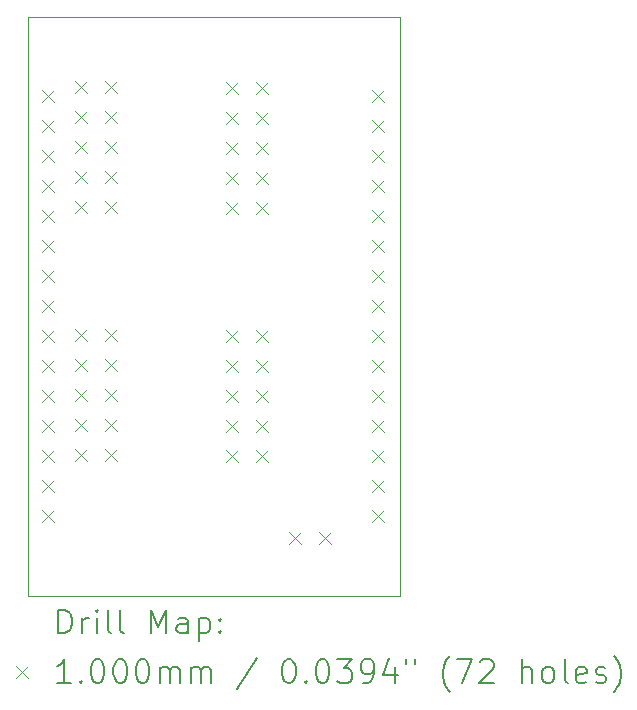
<source format=gbr>
%TF.GenerationSoftware,KiCad,Pcbnew,8.0.5*%
%TF.CreationDate,2024-09-24T01:03:56+02:00*%
%TF.ProjectId,RRF_MOT_EXP_ADAPTER,5252465f-4d4f-4545-9f45-58505f414441,rev?*%
%TF.SameCoordinates,Original*%
%TF.FileFunction,Drillmap*%
%TF.FilePolarity,Positive*%
%FSLAX45Y45*%
G04 Gerber Fmt 4.5, Leading zero omitted, Abs format (unit mm)*
G04 Created by KiCad (PCBNEW 8.0.5) date 2024-09-24 01:03:56*
%MOMM*%
%LPD*%
G01*
G04 APERTURE LIST*
%ADD10C,0.050000*%
%ADD11C,0.200000*%
%ADD12C,0.100000*%
G04 APERTURE END LIST*
D10*
X10925000Y-3525000D02*
X14075000Y-3525000D01*
X14075000Y-8425000D01*
X10925000Y-8425000D01*
X10925000Y-3525000D01*
D11*
D12*
X11046686Y-4140021D02*
X11146686Y-4240021D01*
X11146686Y-4140021D02*
X11046686Y-4240021D01*
X11046686Y-4394021D02*
X11146686Y-4494021D01*
X11146686Y-4394021D02*
X11046686Y-4494021D01*
X11046686Y-4648021D02*
X11146686Y-4748021D01*
X11146686Y-4648021D02*
X11046686Y-4748021D01*
X11046686Y-4902021D02*
X11146686Y-5002021D01*
X11146686Y-4902021D02*
X11046686Y-5002021D01*
X11046686Y-5156021D02*
X11146686Y-5256021D01*
X11146686Y-5156021D02*
X11046686Y-5256021D01*
X11046686Y-5410021D02*
X11146686Y-5510021D01*
X11146686Y-5410021D02*
X11046686Y-5510021D01*
X11046686Y-5664021D02*
X11146686Y-5764021D01*
X11146686Y-5664021D02*
X11046686Y-5764021D01*
X11046686Y-5918021D02*
X11146686Y-6018021D01*
X11146686Y-5918021D02*
X11046686Y-6018021D01*
X11046686Y-6172021D02*
X11146686Y-6272021D01*
X11146686Y-6172021D02*
X11046686Y-6272021D01*
X11046686Y-6426021D02*
X11146686Y-6526021D01*
X11146686Y-6426021D02*
X11046686Y-6526021D01*
X11046686Y-6680021D02*
X11146686Y-6780021D01*
X11146686Y-6680021D02*
X11046686Y-6780021D01*
X11046686Y-6934021D02*
X11146686Y-7034021D01*
X11146686Y-6934021D02*
X11046686Y-7034021D01*
X11046686Y-7188021D02*
X11146686Y-7288021D01*
X11146686Y-7188021D02*
X11046686Y-7288021D01*
X11046686Y-7442021D02*
X11146686Y-7542021D01*
X11146686Y-7442021D02*
X11046686Y-7542021D01*
X11046686Y-7696021D02*
X11146686Y-7796021D01*
X11146686Y-7696021D02*
X11046686Y-7796021D01*
X11322365Y-4063094D02*
X11422365Y-4163094D01*
X11422365Y-4063094D02*
X11322365Y-4163094D01*
X11322365Y-4317094D02*
X11422365Y-4417094D01*
X11422365Y-4317094D02*
X11322365Y-4417094D01*
X11322365Y-4571094D02*
X11422365Y-4671094D01*
X11422365Y-4571094D02*
X11322365Y-4671094D01*
X11322365Y-4825094D02*
X11422365Y-4925094D01*
X11422365Y-4825094D02*
X11322365Y-4925094D01*
X11322365Y-5079094D02*
X11422365Y-5179094D01*
X11422365Y-5079094D02*
X11322365Y-5179094D01*
X11322601Y-6162195D02*
X11422601Y-6262195D01*
X11422601Y-6162195D02*
X11322601Y-6262195D01*
X11322601Y-6416195D02*
X11422601Y-6516195D01*
X11422601Y-6416195D02*
X11322601Y-6516195D01*
X11322601Y-6670195D02*
X11422601Y-6770195D01*
X11422601Y-6670195D02*
X11322601Y-6770195D01*
X11322601Y-6924195D02*
X11422601Y-7024195D01*
X11422601Y-6924195D02*
X11322601Y-7024195D01*
X11322601Y-7178195D02*
X11422601Y-7278195D01*
X11422601Y-7178195D02*
X11322601Y-7278195D01*
X11576365Y-4063094D02*
X11676365Y-4163094D01*
X11676365Y-4063094D02*
X11576365Y-4163094D01*
X11576365Y-4317094D02*
X11676365Y-4417094D01*
X11676365Y-4317094D02*
X11576365Y-4417094D01*
X11576365Y-4571094D02*
X11676365Y-4671094D01*
X11676365Y-4571094D02*
X11576365Y-4671094D01*
X11576365Y-4825094D02*
X11676365Y-4925094D01*
X11676365Y-4825094D02*
X11576365Y-4925094D01*
X11576365Y-5079094D02*
X11676365Y-5179094D01*
X11676365Y-5079094D02*
X11576365Y-5179094D01*
X11576601Y-6162195D02*
X11676601Y-6262195D01*
X11676601Y-6162195D02*
X11576601Y-6262195D01*
X11576601Y-6416195D02*
X11676601Y-6516195D01*
X11676601Y-6416195D02*
X11576601Y-6516195D01*
X11576601Y-6670195D02*
X11676601Y-6770195D01*
X11676601Y-6670195D02*
X11576601Y-6770195D01*
X11576601Y-6924195D02*
X11676601Y-7024195D01*
X11676601Y-6924195D02*
X11576601Y-7024195D01*
X11576601Y-7178195D02*
X11676601Y-7278195D01*
X11676601Y-7178195D02*
X11576601Y-7278195D01*
X12600962Y-4074973D02*
X12700962Y-4174973D01*
X12700962Y-4074973D02*
X12600962Y-4174973D01*
X12600962Y-4328973D02*
X12700962Y-4428973D01*
X12700962Y-4328973D02*
X12600962Y-4428973D01*
X12600962Y-4582973D02*
X12700962Y-4682973D01*
X12700962Y-4582973D02*
X12600962Y-4682973D01*
X12600962Y-4836973D02*
X12700962Y-4936973D01*
X12700962Y-4836973D02*
X12600962Y-4936973D01*
X12600962Y-5090973D02*
X12700962Y-5190973D01*
X12700962Y-5090973D02*
X12600962Y-5190973D01*
X12603112Y-6171458D02*
X12703112Y-6271458D01*
X12703112Y-6171458D02*
X12603112Y-6271458D01*
X12603112Y-6425458D02*
X12703112Y-6525458D01*
X12703112Y-6425458D02*
X12603112Y-6525458D01*
X12603112Y-6679458D02*
X12703112Y-6779458D01*
X12703112Y-6679458D02*
X12603112Y-6779458D01*
X12603112Y-6933458D02*
X12703112Y-7033458D01*
X12703112Y-6933458D02*
X12603112Y-7033458D01*
X12603112Y-7187458D02*
X12703112Y-7287458D01*
X12703112Y-7187458D02*
X12603112Y-7287458D01*
X12854962Y-4074973D02*
X12954962Y-4174973D01*
X12954962Y-4074973D02*
X12854962Y-4174973D01*
X12854962Y-4328973D02*
X12954962Y-4428973D01*
X12954962Y-4328973D02*
X12854962Y-4428973D01*
X12854962Y-4582973D02*
X12954962Y-4682973D01*
X12954962Y-4582973D02*
X12854962Y-4682973D01*
X12854962Y-4836973D02*
X12954962Y-4936973D01*
X12954962Y-4836973D02*
X12854962Y-4936973D01*
X12854962Y-5090973D02*
X12954962Y-5190973D01*
X12954962Y-5090973D02*
X12854962Y-5190973D01*
X12857112Y-6171458D02*
X12957112Y-6271458D01*
X12957112Y-6171458D02*
X12857112Y-6271458D01*
X12857112Y-6425458D02*
X12957112Y-6525458D01*
X12957112Y-6425458D02*
X12857112Y-6525458D01*
X12857112Y-6679458D02*
X12957112Y-6779458D01*
X12957112Y-6679458D02*
X12857112Y-6779458D01*
X12857112Y-6933458D02*
X12957112Y-7033458D01*
X12957112Y-6933458D02*
X12857112Y-7033458D01*
X12857112Y-7187458D02*
X12957112Y-7287458D01*
X12957112Y-7187458D02*
X12857112Y-7287458D01*
X13136753Y-7883653D02*
X13236753Y-7983653D01*
X13236753Y-7883653D02*
X13136753Y-7983653D01*
X13390753Y-7883653D02*
X13490753Y-7983653D01*
X13490753Y-7883653D02*
X13390753Y-7983653D01*
X13840686Y-4140021D02*
X13940686Y-4240021D01*
X13940686Y-4140021D02*
X13840686Y-4240021D01*
X13840686Y-4394021D02*
X13940686Y-4494021D01*
X13940686Y-4394021D02*
X13840686Y-4494021D01*
X13840686Y-4648021D02*
X13940686Y-4748021D01*
X13940686Y-4648021D02*
X13840686Y-4748021D01*
X13840686Y-4902021D02*
X13940686Y-5002021D01*
X13940686Y-4902021D02*
X13840686Y-5002021D01*
X13840686Y-5156021D02*
X13940686Y-5256021D01*
X13940686Y-5156021D02*
X13840686Y-5256021D01*
X13840686Y-5410021D02*
X13940686Y-5510021D01*
X13940686Y-5410021D02*
X13840686Y-5510021D01*
X13840686Y-5664021D02*
X13940686Y-5764021D01*
X13940686Y-5664021D02*
X13840686Y-5764021D01*
X13840686Y-5918021D02*
X13940686Y-6018021D01*
X13940686Y-5918021D02*
X13840686Y-6018021D01*
X13840686Y-6172021D02*
X13940686Y-6272021D01*
X13940686Y-6172021D02*
X13840686Y-6272021D01*
X13840686Y-6426021D02*
X13940686Y-6526021D01*
X13940686Y-6426021D02*
X13840686Y-6526021D01*
X13840686Y-6680021D02*
X13940686Y-6780021D01*
X13940686Y-6680021D02*
X13840686Y-6780021D01*
X13840686Y-6934021D02*
X13940686Y-7034021D01*
X13940686Y-6934021D02*
X13840686Y-7034021D01*
X13840686Y-7188021D02*
X13940686Y-7288021D01*
X13940686Y-7188021D02*
X13840686Y-7288021D01*
X13840686Y-7442021D02*
X13940686Y-7542021D01*
X13940686Y-7442021D02*
X13840686Y-7542021D01*
X13840686Y-7696021D02*
X13940686Y-7796021D01*
X13940686Y-7696021D02*
X13840686Y-7796021D01*
D11*
X11183277Y-8738984D02*
X11183277Y-8538984D01*
X11183277Y-8538984D02*
X11230896Y-8538984D01*
X11230896Y-8538984D02*
X11259467Y-8548508D01*
X11259467Y-8548508D02*
X11278515Y-8567555D01*
X11278515Y-8567555D02*
X11288039Y-8586603D01*
X11288039Y-8586603D02*
X11297562Y-8624698D01*
X11297562Y-8624698D02*
X11297562Y-8653270D01*
X11297562Y-8653270D02*
X11288039Y-8691365D01*
X11288039Y-8691365D02*
X11278515Y-8710412D01*
X11278515Y-8710412D02*
X11259467Y-8729460D01*
X11259467Y-8729460D02*
X11230896Y-8738984D01*
X11230896Y-8738984D02*
X11183277Y-8738984D01*
X11383277Y-8738984D02*
X11383277Y-8605650D01*
X11383277Y-8643746D02*
X11392801Y-8624698D01*
X11392801Y-8624698D02*
X11402324Y-8615174D01*
X11402324Y-8615174D02*
X11421372Y-8605650D01*
X11421372Y-8605650D02*
X11440420Y-8605650D01*
X11507086Y-8738984D02*
X11507086Y-8605650D01*
X11507086Y-8538984D02*
X11497562Y-8548508D01*
X11497562Y-8548508D02*
X11507086Y-8558031D01*
X11507086Y-8558031D02*
X11516610Y-8548508D01*
X11516610Y-8548508D02*
X11507086Y-8538984D01*
X11507086Y-8538984D02*
X11507086Y-8558031D01*
X11630896Y-8738984D02*
X11611848Y-8729460D01*
X11611848Y-8729460D02*
X11602324Y-8710412D01*
X11602324Y-8710412D02*
X11602324Y-8538984D01*
X11735658Y-8738984D02*
X11716610Y-8729460D01*
X11716610Y-8729460D02*
X11707086Y-8710412D01*
X11707086Y-8710412D02*
X11707086Y-8538984D01*
X11964229Y-8738984D02*
X11964229Y-8538984D01*
X11964229Y-8538984D02*
X12030896Y-8681841D01*
X12030896Y-8681841D02*
X12097562Y-8538984D01*
X12097562Y-8538984D02*
X12097562Y-8738984D01*
X12278515Y-8738984D02*
X12278515Y-8634222D01*
X12278515Y-8634222D02*
X12268991Y-8615174D01*
X12268991Y-8615174D02*
X12249943Y-8605650D01*
X12249943Y-8605650D02*
X12211848Y-8605650D01*
X12211848Y-8605650D02*
X12192801Y-8615174D01*
X12278515Y-8729460D02*
X12259467Y-8738984D01*
X12259467Y-8738984D02*
X12211848Y-8738984D01*
X12211848Y-8738984D02*
X12192801Y-8729460D01*
X12192801Y-8729460D02*
X12183277Y-8710412D01*
X12183277Y-8710412D02*
X12183277Y-8691365D01*
X12183277Y-8691365D02*
X12192801Y-8672317D01*
X12192801Y-8672317D02*
X12211848Y-8662793D01*
X12211848Y-8662793D02*
X12259467Y-8662793D01*
X12259467Y-8662793D02*
X12278515Y-8653270D01*
X12373753Y-8605650D02*
X12373753Y-8805650D01*
X12373753Y-8615174D02*
X12392801Y-8605650D01*
X12392801Y-8605650D02*
X12430896Y-8605650D01*
X12430896Y-8605650D02*
X12449943Y-8615174D01*
X12449943Y-8615174D02*
X12459467Y-8624698D01*
X12459467Y-8624698D02*
X12468991Y-8643746D01*
X12468991Y-8643746D02*
X12468991Y-8700889D01*
X12468991Y-8700889D02*
X12459467Y-8719936D01*
X12459467Y-8719936D02*
X12449943Y-8729460D01*
X12449943Y-8729460D02*
X12430896Y-8738984D01*
X12430896Y-8738984D02*
X12392801Y-8738984D01*
X12392801Y-8738984D02*
X12373753Y-8729460D01*
X12554705Y-8719936D02*
X12564229Y-8729460D01*
X12564229Y-8729460D02*
X12554705Y-8738984D01*
X12554705Y-8738984D02*
X12545182Y-8729460D01*
X12545182Y-8729460D02*
X12554705Y-8719936D01*
X12554705Y-8719936D02*
X12554705Y-8738984D01*
X12554705Y-8615174D02*
X12564229Y-8624698D01*
X12564229Y-8624698D02*
X12554705Y-8634222D01*
X12554705Y-8634222D02*
X12545182Y-8624698D01*
X12545182Y-8624698D02*
X12554705Y-8615174D01*
X12554705Y-8615174D02*
X12554705Y-8634222D01*
D12*
X10822500Y-9017500D02*
X10922500Y-9117500D01*
X10922500Y-9017500D02*
X10822500Y-9117500D01*
D11*
X11288039Y-9158984D02*
X11173753Y-9158984D01*
X11230896Y-9158984D02*
X11230896Y-8958984D01*
X11230896Y-8958984D02*
X11211848Y-8987555D01*
X11211848Y-8987555D02*
X11192801Y-9006603D01*
X11192801Y-9006603D02*
X11173753Y-9016127D01*
X11373753Y-9139936D02*
X11383277Y-9149460D01*
X11383277Y-9149460D02*
X11373753Y-9158984D01*
X11373753Y-9158984D02*
X11364229Y-9149460D01*
X11364229Y-9149460D02*
X11373753Y-9139936D01*
X11373753Y-9139936D02*
X11373753Y-9158984D01*
X11507086Y-8958984D02*
X11526134Y-8958984D01*
X11526134Y-8958984D02*
X11545182Y-8968508D01*
X11545182Y-8968508D02*
X11554705Y-8978031D01*
X11554705Y-8978031D02*
X11564229Y-8997079D01*
X11564229Y-8997079D02*
X11573753Y-9035174D01*
X11573753Y-9035174D02*
X11573753Y-9082793D01*
X11573753Y-9082793D02*
X11564229Y-9120889D01*
X11564229Y-9120889D02*
X11554705Y-9139936D01*
X11554705Y-9139936D02*
X11545182Y-9149460D01*
X11545182Y-9149460D02*
X11526134Y-9158984D01*
X11526134Y-9158984D02*
X11507086Y-9158984D01*
X11507086Y-9158984D02*
X11488039Y-9149460D01*
X11488039Y-9149460D02*
X11478515Y-9139936D01*
X11478515Y-9139936D02*
X11468991Y-9120889D01*
X11468991Y-9120889D02*
X11459467Y-9082793D01*
X11459467Y-9082793D02*
X11459467Y-9035174D01*
X11459467Y-9035174D02*
X11468991Y-8997079D01*
X11468991Y-8997079D02*
X11478515Y-8978031D01*
X11478515Y-8978031D02*
X11488039Y-8968508D01*
X11488039Y-8968508D02*
X11507086Y-8958984D01*
X11697562Y-8958984D02*
X11716610Y-8958984D01*
X11716610Y-8958984D02*
X11735658Y-8968508D01*
X11735658Y-8968508D02*
X11745182Y-8978031D01*
X11745182Y-8978031D02*
X11754705Y-8997079D01*
X11754705Y-8997079D02*
X11764229Y-9035174D01*
X11764229Y-9035174D02*
X11764229Y-9082793D01*
X11764229Y-9082793D02*
X11754705Y-9120889D01*
X11754705Y-9120889D02*
X11745182Y-9139936D01*
X11745182Y-9139936D02*
X11735658Y-9149460D01*
X11735658Y-9149460D02*
X11716610Y-9158984D01*
X11716610Y-9158984D02*
X11697562Y-9158984D01*
X11697562Y-9158984D02*
X11678515Y-9149460D01*
X11678515Y-9149460D02*
X11668991Y-9139936D01*
X11668991Y-9139936D02*
X11659467Y-9120889D01*
X11659467Y-9120889D02*
X11649943Y-9082793D01*
X11649943Y-9082793D02*
X11649943Y-9035174D01*
X11649943Y-9035174D02*
X11659467Y-8997079D01*
X11659467Y-8997079D02*
X11668991Y-8978031D01*
X11668991Y-8978031D02*
X11678515Y-8968508D01*
X11678515Y-8968508D02*
X11697562Y-8958984D01*
X11888039Y-8958984D02*
X11907086Y-8958984D01*
X11907086Y-8958984D02*
X11926134Y-8968508D01*
X11926134Y-8968508D02*
X11935658Y-8978031D01*
X11935658Y-8978031D02*
X11945182Y-8997079D01*
X11945182Y-8997079D02*
X11954705Y-9035174D01*
X11954705Y-9035174D02*
X11954705Y-9082793D01*
X11954705Y-9082793D02*
X11945182Y-9120889D01*
X11945182Y-9120889D02*
X11935658Y-9139936D01*
X11935658Y-9139936D02*
X11926134Y-9149460D01*
X11926134Y-9149460D02*
X11907086Y-9158984D01*
X11907086Y-9158984D02*
X11888039Y-9158984D01*
X11888039Y-9158984D02*
X11868991Y-9149460D01*
X11868991Y-9149460D02*
X11859467Y-9139936D01*
X11859467Y-9139936D02*
X11849943Y-9120889D01*
X11849943Y-9120889D02*
X11840420Y-9082793D01*
X11840420Y-9082793D02*
X11840420Y-9035174D01*
X11840420Y-9035174D02*
X11849943Y-8997079D01*
X11849943Y-8997079D02*
X11859467Y-8978031D01*
X11859467Y-8978031D02*
X11868991Y-8968508D01*
X11868991Y-8968508D02*
X11888039Y-8958984D01*
X12040420Y-9158984D02*
X12040420Y-9025650D01*
X12040420Y-9044698D02*
X12049943Y-9035174D01*
X12049943Y-9035174D02*
X12068991Y-9025650D01*
X12068991Y-9025650D02*
X12097563Y-9025650D01*
X12097563Y-9025650D02*
X12116610Y-9035174D01*
X12116610Y-9035174D02*
X12126134Y-9054222D01*
X12126134Y-9054222D02*
X12126134Y-9158984D01*
X12126134Y-9054222D02*
X12135658Y-9035174D01*
X12135658Y-9035174D02*
X12154705Y-9025650D01*
X12154705Y-9025650D02*
X12183277Y-9025650D01*
X12183277Y-9025650D02*
X12202324Y-9035174D01*
X12202324Y-9035174D02*
X12211848Y-9054222D01*
X12211848Y-9054222D02*
X12211848Y-9158984D01*
X12307086Y-9158984D02*
X12307086Y-9025650D01*
X12307086Y-9044698D02*
X12316610Y-9035174D01*
X12316610Y-9035174D02*
X12335658Y-9025650D01*
X12335658Y-9025650D02*
X12364229Y-9025650D01*
X12364229Y-9025650D02*
X12383277Y-9035174D01*
X12383277Y-9035174D02*
X12392801Y-9054222D01*
X12392801Y-9054222D02*
X12392801Y-9158984D01*
X12392801Y-9054222D02*
X12402324Y-9035174D01*
X12402324Y-9035174D02*
X12421372Y-9025650D01*
X12421372Y-9025650D02*
X12449943Y-9025650D01*
X12449943Y-9025650D02*
X12468991Y-9035174D01*
X12468991Y-9035174D02*
X12478515Y-9054222D01*
X12478515Y-9054222D02*
X12478515Y-9158984D01*
X12868991Y-8949460D02*
X12697563Y-9206603D01*
X13126134Y-8958984D02*
X13145182Y-8958984D01*
X13145182Y-8958984D02*
X13164229Y-8968508D01*
X13164229Y-8968508D02*
X13173753Y-8978031D01*
X13173753Y-8978031D02*
X13183277Y-8997079D01*
X13183277Y-8997079D02*
X13192801Y-9035174D01*
X13192801Y-9035174D02*
X13192801Y-9082793D01*
X13192801Y-9082793D02*
X13183277Y-9120889D01*
X13183277Y-9120889D02*
X13173753Y-9139936D01*
X13173753Y-9139936D02*
X13164229Y-9149460D01*
X13164229Y-9149460D02*
X13145182Y-9158984D01*
X13145182Y-9158984D02*
X13126134Y-9158984D01*
X13126134Y-9158984D02*
X13107086Y-9149460D01*
X13107086Y-9149460D02*
X13097563Y-9139936D01*
X13097563Y-9139936D02*
X13088039Y-9120889D01*
X13088039Y-9120889D02*
X13078515Y-9082793D01*
X13078515Y-9082793D02*
X13078515Y-9035174D01*
X13078515Y-9035174D02*
X13088039Y-8997079D01*
X13088039Y-8997079D02*
X13097563Y-8978031D01*
X13097563Y-8978031D02*
X13107086Y-8968508D01*
X13107086Y-8968508D02*
X13126134Y-8958984D01*
X13278515Y-9139936D02*
X13288039Y-9149460D01*
X13288039Y-9149460D02*
X13278515Y-9158984D01*
X13278515Y-9158984D02*
X13268991Y-9149460D01*
X13268991Y-9149460D02*
X13278515Y-9139936D01*
X13278515Y-9139936D02*
X13278515Y-9158984D01*
X13411848Y-8958984D02*
X13430896Y-8958984D01*
X13430896Y-8958984D02*
X13449944Y-8968508D01*
X13449944Y-8968508D02*
X13459467Y-8978031D01*
X13459467Y-8978031D02*
X13468991Y-8997079D01*
X13468991Y-8997079D02*
X13478515Y-9035174D01*
X13478515Y-9035174D02*
X13478515Y-9082793D01*
X13478515Y-9082793D02*
X13468991Y-9120889D01*
X13468991Y-9120889D02*
X13459467Y-9139936D01*
X13459467Y-9139936D02*
X13449944Y-9149460D01*
X13449944Y-9149460D02*
X13430896Y-9158984D01*
X13430896Y-9158984D02*
X13411848Y-9158984D01*
X13411848Y-9158984D02*
X13392801Y-9149460D01*
X13392801Y-9149460D02*
X13383277Y-9139936D01*
X13383277Y-9139936D02*
X13373753Y-9120889D01*
X13373753Y-9120889D02*
X13364229Y-9082793D01*
X13364229Y-9082793D02*
X13364229Y-9035174D01*
X13364229Y-9035174D02*
X13373753Y-8997079D01*
X13373753Y-8997079D02*
X13383277Y-8978031D01*
X13383277Y-8978031D02*
X13392801Y-8968508D01*
X13392801Y-8968508D02*
X13411848Y-8958984D01*
X13545182Y-8958984D02*
X13668991Y-8958984D01*
X13668991Y-8958984D02*
X13602325Y-9035174D01*
X13602325Y-9035174D02*
X13630896Y-9035174D01*
X13630896Y-9035174D02*
X13649944Y-9044698D01*
X13649944Y-9044698D02*
X13659467Y-9054222D01*
X13659467Y-9054222D02*
X13668991Y-9073270D01*
X13668991Y-9073270D02*
X13668991Y-9120889D01*
X13668991Y-9120889D02*
X13659467Y-9139936D01*
X13659467Y-9139936D02*
X13649944Y-9149460D01*
X13649944Y-9149460D02*
X13630896Y-9158984D01*
X13630896Y-9158984D02*
X13573753Y-9158984D01*
X13573753Y-9158984D02*
X13554706Y-9149460D01*
X13554706Y-9149460D02*
X13545182Y-9139936D01*
X13764229Y-9158984D02*
X13802325Y-9158984D01*
X13802325Y-9158984D02*
X13821372Y-9149460D01*
X13821372Y-9149460D02*
X13830896Y-9139936D01*
X13830896Y-9139936D02*
X13849944Y-9111365D01*
X13849944Y-9111365D02*
X13859467Y-9073270D01*
X13859467Y-9073270D02*
X13859467Y-8997079D01*
X13859467Y-8997079D02*
X13849944Y-8978031D01*
X13849944Y-8978031D02*
X13840420Y-8968508D01*
X13840420Y-8968508D02*
X13821372Y-8958984D01*
X13821372Y-8958984D02*
X13783277Y-8958984D01*
X13783277Y-8958984D02*
X13764229Y-8968508D01*
X13764229Y-8968508D02*
X13754706Y-8978031D01*
X13754706Y-8978031D02*
X13745182Y-8997079D01*
X13745182Y-8997079D02*
X13745182Y-9044698D01*
X13745182Y-9044698D02*
X13754706Y-9063746D01*
X13754706Y-9063746D02*
X13764229Y-9073270D01*
X13764229Y-9073270D02*
X13783277Y-9082793D01*
X13783277Y-9082793D02*
X13821372Y-9082793D01*
X13821372Y-9082793D02*
X13840420Y-9073270D01*
X13840420Y-9073270D02*
X13849944Y-9063746D01*
X13849944Y-9063746D02*
X13859467Y-9044698D01*
X14030896Y-9025650D02*
X14030896Y-9158984D01*
X13983277Y-8949460D02*
X13935658Y-9092317D01*
X13935658Y-9092317D02*
X14059467Y-9092317D01*
X14126134Y-8958984D02*
X14126134Y-8997079D01*
X14202325Y-8958984D02*
X14202325Y-8997079D01*
X14497563Y-9235174D02*
X14488039Y-9225650D01*
X14488039Y-9225650D02*
X14468991Y-9197079D01*
X14468991Y-9197079D02*
X14459468Y-9178031D01*
X14459468Y-9178031D02*
X14449944Y-9149460D01*
X14449944Y-9149460D02*
X14440420Y-9101841D01*
X14440420Y-9101841D02*
X14440420Y-9063746D01*
X14440420Y-9063746D02*
X14449944Y-9016127D01*
X14449944Y-9016127D02*
X14459468Y-8987555D01*
X14459468Y-8987555D02*
X14468991Y-8968508D01*
X14468991Y-8968508D02*
X14488039Y-8939936D01*
X14488039Y-8939936D02*
X14497563Y-8930412D01*
X14554706Y-8958984D02*
X14688039Y-8958984D01*
X14688039Y-8958984D02*
X14602325Y-9158984D01*
X14754706Y-8978031D02*
X14764229Y-8968508D01*
X14764229Y-8968508D02*
X14783277Y-8958984D01*
X14783277Y-8958984D02*
X14830896Y-8958984D01*
X14830896Y-8958984D02*
X14849944Y-8968508D01*
X14849944Y-8968508D02*
X14859468Y-8978031D01*
X14859468Y-8978031D02*
X14868991Y-8997079D01*
X14868991Y-8997079D02*
X14868991Y-9016127D01*
X14868991Y-9016127D02*
X14859468Y-9044698D01*
X14859468Y-9044698D02*
X14745182Y-9158984D01*
X14745182Y-9158984D02*
X14868991Y-9158984D01*
X15107087Y-9158984D02*
X15107087Y-8958984D01*
X15192801Y-9158984D02*
X15192801Y-9054222D01*
X15192801Y-9054222D02*
X15183277Y-9035174D01*
X15183277Y-9035174D02*
X15164230Y-9025650D01*
X15164230Y-9025650D02*
X15135658Y-9025650D01*
X15135658Y-9025650D02*
X15116610Y-9035174D01*
X15116610Y-9035174D02*
X15107087Y-9044698D01*
X15316610Y-9158984D02*
X15297563Y-9149460D01*
X15297563Y-9149460D02*
X15288039Y-9139936D01*
X15288039Y-9139936D02*
X15278515Y-9120889D01*
X15278515Y-9120889D02*
X15278515Y-9063746D01*
X15278515Y-9063746D02*
X15288039Y-9044698D01*
X15288039Y-9044698D02*
X15297563Y-9035174D01*
X15297563Y-9035174D02*
X15316610Y-9025650D01*
X15316610Y-9025650D02*
X15345182Y-9025650D01*
X15345182Y-9025650D02*
X15364230Y-9035174D01*
X15364230Y-9035174D02*
X15373753Y-9044698D01*
X15373753Y-9044698D02*
X15383277Y-9063746D01*
X15383277Y-9063746D02*
X15383277Y-9120889D01*
X15383277Y-9120889D02*
X15373753Y-9139936D01*
X15373753Y-9139936D02*
X15364230Y-9149460D01*
X15364230Y-9149460D02*
X15345182Y-9158984D01*
X15345182Y-9158984D02*
X15316610Y-9158984D01*
X15497563Y-9158984D02*
X15478515Y-9149460D01*
X15478515Y-9149460D02*
X15468991Y-9130412D01*
X15468991Y-9130412D02*
X15468991Y-8958984D01*
X15649944Y-9149460D02*
X15630896Y-9158984D01*
X15630896Y-9158984D02*
X15592801Y-9158984D01*
X15592801Y-9158984D02*
X15573753Y-9149460D01*
X15573753Y-9149460D02*
X15564230Y-9130412D01*
X15564230Y-9130412D02*
X15564230Y-9054222D01*
X15564230Y-9054222D02*
X15573753Y-9035174D01*
X15573753Y-9035174D02*
X15592801Y-9025650D01*
X15592801Y-9025650D02*
X15630896Y-9025650D01*
X15630896Y-9025650D02*
X15649944Y-9035174D01*
X15649944Y-9035174D02*
X15659468Y-9054222D01*
X15659468Y-9054222D02*
X15659468Y-9073270D01*
X15659468Y-9073270D02*
X15564230Y-9092317D01*
X15735658Y-9149460D02*
X15754706Y-9158984D01*
X15754706Y-9158984D02*
X15792801Y-9158984D01*
X15792801Y-9158984D02*
X15811849Y-9149460D01*
X15811849Y-9149460D02*
X15821372Y-9130412D01*
X15821372Y-9130412D02*
X15821372Y-9120889D01*
X15821372Y-9120889D02*
X15811849Y-9101841D01*
X15811849Y-9101841D02*
X15792801Y-9092317D01*
X15792801Y-9092317D02*
X15764230Y-9092317D01*
X15764230Y-9092317D02*
X15745182Y-9082793D01*
X15745182Y-9082793D02*
X15735658Y-9063746D01*
X15735658Y-9063746D02*
X15735658Y-9054222D01*
X15735658Y-9054222D02*
X15745182Y-9035174D01*
X15745182Y-9035174D02*
X15764230Y-9025650D01*
X15764230Y-9025650D02*
X15792801Y-9025650D01*
X15792801Y-9025650D02*
X15811849Y-9035174D01*
X15888039Y-9235174D02*
X15897563Y-9225650D01*
X15897563Y-9225650D02*
X15916611Y-9197079D01*
X15916611Y-9197079D02*
X15926134Y-9178031D01*
X15926134Y-9178031D02*
X15935658Y-9149460D01*
X15935658Y-9149460D02*
X15945182Y-9101841D01*
X15945182Y-9101841D02*
X15945182Y-9063746D01*
X15945182Y-9063746D02*
X15935658Y-9016127D01*
X15935658Y-9016127D02*
X15926134Y-8987555D01*
X15926134Y-8987555D02*
X15916611Y-8968508D01*
X15916611Y-8968508D02*
X15897563Y-8939936D01*
X15897563Y-8939936D02*
X15888039Y-8930412D01*
M02*

</source>
